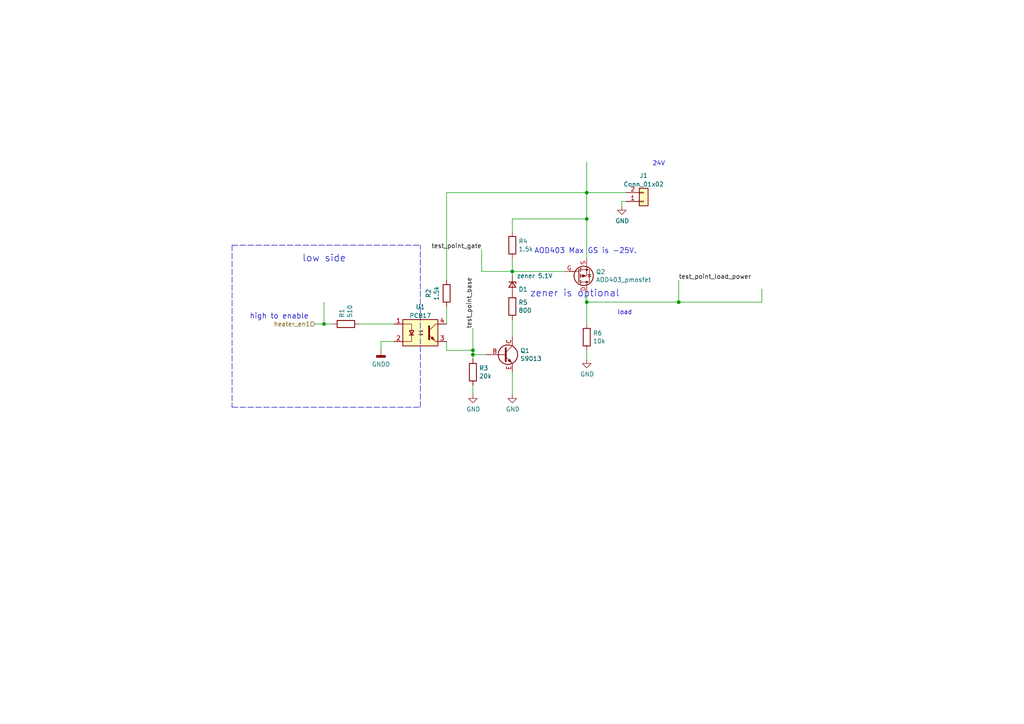
<source format=kicad_sch>
(kicad_sch (version 20211123) (generator eeschema)
  (paper "A4")
  (lib_symbols
    (symbol "Connector_Generic:Conn_01x02" (pin_names (offset 1.016) hide)
      (property "Reference" "J" (at 0 2.54 0))
      (property "Value" "Conn_01x02" (at 0 -5.08 0))
      (symbol "Conn_01x02_1_1"
        (rectangle (start -1.27 -2.413) (end 0 -2.667) (stroke (width 0.1524)))
        (rectangle (start -1.27 0.127) (end 0 -0.127) (stroke (width 0.1524)))
        (rectangle (start -1.27 1.27) (end 1.27 -3.81) (stroke (width 0.254)) (fill (type background)))
        (pin passive line (at -5.08 0 0) (length 3.81) (name "Pin_1") (number "1"))
        (pin passive line (at -5.08 -2.54 0) (length 3.81) (name "Pin_2") (number "2"))
      )
    )
    (symbol "Device:D_Zener_Small" (pin_numbers hide) (pin_names (offset 0.254) hide)
      (property "Reference" "D" (at 0 2.286 0))
      (property "Value" "D_Zener_Small" (at 0 -2.286 0))
      (symbol "D_Zener_Small_0_1"
        (polyline (pts (xy 0.762 0) (xy -0.762 0)))
        (polyline (pts (xy -0.254 1.016) (xy -0.762 1.016) (xy -0.762 -1.016)) (stroke (width 0.254)))
        (polyline (pts (xy 0.762 1.016) (xy -0.762 0) (xy 0.762 -1.016) (xy 0.762 1.016)) (stroke (width 0.254)))
      )
      (symbol "D_Zener_Small_1_1"
        (pin passive line (at -2.54 0 0) (length 1.778) (name "K") (number "1"))
        (pin passive line (at 2.54 0 180) (length 1.778) (name "A") (number "2"))
      )
    )
    (symbol "Device:R" (pin_numbers hide) (pin_names (offset 0))
      (property "Reference" "R" (at 2.032 0 90))
      (property "Value" "R" (at 0 0 90))
      (symbol "R_0_1"
        (rectangle (start -1.016 -2.54) (end 1.016 2.54) (stroke (width 0.254)))
      )
      (symbol "R_1_1"
        (pin passive line (at 0 3.81 270) (length 1.27) (name "~") (number "1"))
        (pin passive line (at 0 -3.81 90) (length 1.27) (name "~") (number "2"))
      )
    )
    (symbol "Isolator:PC817" (pin_names (offset 1.016))
      (property "Reference" "U" (at -5.08 5.08 0))
      (property "Value" "PC817" (at 0 5.08 0))
      (symbol "PC817_0_1"
        (rectangle (start -5.08 3.81) (end 5.08 -3.81) (stroke (width 0.254)) (fill (type background)))
        (polyline (pts (xy -3.175 -0.635) (xy -1.905 -0.635)) (stroke (width 0.254)))
        (polyline (pts (xy 2.54 0.635) (xy 4.445 2.54)))
        (polyline (pts (xy 4.445 -2.54) (xy 2.54 -0.635)) (fill (type outline)))
        (polyline (pts (xy 4.445 -2.54) (xy 5.08 -2.54)))
        (polyline (pts (xy 4.445 2.54) (xy 5.08 2.54)))
        (polyline (pts (xy -5.08 2.54) (xy -2.54 2.54) (xy -2.54 -0.635)))
        (polyline (pts (xy -2.54 -0.635) (xy -2.54 -2.54) (xy -5.08 -2.54)))
        (polyline (pts (xy 2.54 1.905) (xy 2.54 -1.905) (xy 2.54 -1.905)) (stroke (width 0.508)))
        (polyline (pts (xy -2.54 -0.635) (xy -3.175 0.635) (xy -1.905 0.635) (xy -2.54 -0.635)) (stroke (width 0.254)))
        (polyline (pts (xy -0.508 -0.508) (xy 0.762 -0.508) (xy 0.381 -0.635) (xy 0.381 -0.381) (xy 0.762 -0.508)))
        (polyline (pts (xy -0.508 0.508) (xy 0.762 0.508) (xy 0.381 0.381) (xy 0.381 0.635) (xy 0.762 0.508)))
        (polyline (pts (xy 3.048 -1.651) (xy 3.556 -1.143) (xy 4.064 -2.159) (xy 3.048 -1.651) (xy 3.048 -1.651)) (fill (type outline)))
      )
      (symbol "PC817_1_1"
        (pin passive line (at -7.62 2.54 0) (length 2.54) (name "~") (number "1"))
        (pin passive line (at -7.62 -2.54 0) (length 2.54) (name "~") (number "2"))
        (pin passive line (at 7.62 -2.54 180) (length 2.54) (name "~") (number "3"))
        (pin passive line (at 7.62 2.54 180) (length 2.54) (name "~") (number "4"))
      )
    )
    (symbol "mySymbolLibrary:AOD403_pmosfet" (pin_names hide)
      (property "Reference" "Q" (at 3.683 -1.905 0))
      (property "Value" "AOD403_pmosfet" (at 3.683 0 0))
      (symbol "AOD403_pmosfet_0_1"
        (polyline (pts (xy -1.016 -1.905) (xy -1.016 1.905)) (stroke (width 0.254)))
        (polyline (pts (xy -1.016 1.27) (xy -3.81 1.27)))
        (polyline (pts (xy -0.508 -2.286) (xy -0.508 -1.27)) (stroke (width 0.254)))
        (polyline (pts (xy -0.508 -0.508) (xy -0.508 0.508)) (stroke (width 0.254)))
        (polyline (pts (xy -0.508 1.27) (xy -0.508 2.286)) (stroke (width 0.254)))
        (polyline (pts (xy 1.27 -2.54) (xy 1.27 -1.778)))
        (polyline (pts (xy 1.27 2.54) (xy 1.27 0) (xy -0.508 0)))
        (polyline (pts (xy -0.508 -1.778) (xy 2.032 -1.778) (xy 2.032 1.778) (xy -0.508 1.778)))
        (polyline (pts (xy 1.016 0) (xy 0 -0.381) (xy 0 0.381) (xy 1.016 0)) (fill (type outline)))
        (polyline (pts (xy 1.524 0.508) (xy 1.651 0.381) (xy 2.413 0.381) (xy 2.54 0.254)))
        (polyline (pts (xy 2.032 0.381) (xy 1.651 -0.254) (xy 2.413 -0.254) (xy 2.032 0.381)))
        (circle (center 0.381 0) (radius 2.794) (stroke (width 0.254)))
        (circle (center 1.27 -1.778) (radius 0.254) (fill (type outline)))
        (circle (center 1.27 1.778) (radius 0.254) (fill (type outline)))
      )
      (symbol "AOD403_pmosfet_1_1"
        (pin passive line (at 1.27 -5.08 90) (length 2.54) (name "D") (number "D"))
        (pin input line (at -5.08 1.27 0) (length 2.54) (name "G") (number "G"))
        (pin passive line (at 1.27 5.08 270) (length 2.54) (name "S") (number "S"))
      )
    )
    (symbol "mySymbolLibrary:S8050" (pin_names (offset 0) hide)
      (property "Reference" "Q" (at 5.08 1.905 0))
      (property "Value" "S8050" (at 5.08 0 0))
      (symbol "S8050_0_1"
        (polyline (pts (xy 0 0) (xy 0.635 0)))
        (polyline (pts (xy 0.635 0.635) (xy 2.54 2.54)))
        (polyline (pts (xy 0.635 -0.635) (xy 2.54 -2.54) (xy 2.54 -2.54)))
        (polyline (pts (xy 0.635 1.905) (xy 0.635 -1.905) (xy 0.635 -1.905)) (stroke (width 0.508)))
        (polyline (pts (xy 1.27 -1.778) (xy 1.778 -1.27) (xy 2.286 -2.286) (xy 1.27 -1.778) (xy 1.27 -1.778)) (fill (type outline)))
        (circle (center 1.27 0) (radius 2.8194) (stroke (width 0.254)))
      )
      (symbol "S8050_1_1"
        (pin input line (at -5.08 0 0) (length 5.08) (name "B") (number "B"))
        (pin passive line (at 2.54 5.08 270) (length 2.54) (name "C") (number "C"))
        (pin passive line (at 2.54 -5.08 90) (length 2.54) (name "E") (number "E"))
      )
    )
    (symbol "power:GND" (power) (pin_names (offset 0))
      (property "Value" "GND" (at 0 -3.81 0))
      (symbol "GND_0_1"
        (polyline (pts (xy 0 0) (xy 0 -1.27) (xy 1.27 -1.27) (xy 0 -2.54) (xy -1.27 -1.27) (xy 0 -1.27)))
      )
      (symbol "GND_1_1"
        (pin power_in line (at 0 0 270) (length 0) hide (name "GND") (number "1"))
      )
    )
    (symbol "power:GNDD" (power) (pin_names (offset 0))
      (property "Value" "GNDD" (at 0 -3.175 0))
      (symbol "GNDD_0_1"
        (rectangle (start -1.27 -1.524) (end 1.27 -2.032) (stroke (width 0.254)) (fill (type outline)))
        (polyline (pts (xy 0 0) (xy 0 -1.524)))
      )
      (symbol "GNDD_1_1"
        (pin power_in line (at 0 0 270) (length 0) hide (name "GNDD") (number "1"))
      )
    )
  )
  (junction (at 170.18 87.63))
  (junction (at 170.18 63.5))
  (junction (at 148.59 78.74))
  (junction (at 93.98 93.98))
  (junction (at 137.16 101.6))
  (junction (at 137.16 102.87))
  (junction (at 196.85 87.63))
  (junction (at 170.18 55.88))
  (wire (pts (xy 148.59 78.74) (xy 148.59 80.01)))
  (wire (pts (xy 180.34 59.69) (xy 180.34 58.42)))
  (wire (pts (xy 170.18 87.63) (xy 170.18 93.98)))
  (wire (pts (xy 137.16 111.76) (xy 137.16 114.3)))
  (wire (pts (xy 137.16 104.14) (xy 137.16 102.87)))
  (wire (pts (xy 148.59 74.93) (xy 148.59 78.74)))
  (wire (pts (xy 170.18 55.88) (xy 181.61 55.88)))
  (wire (pts (xy 110.49 101.6) (xy 110.49 99.06)))
  (polyline (pts (xy 67.31 118.11) (xy 121.92 118.11)))
  (wire (pts (xy 220.98 83.82) (xy 220.98 87.63)))
  (wire (pts (xy 110.49 99.06) (xy 114.3 99.06)))
  (wire (pts (xy 93.98 87.63) (xy 93.98 93.98)))
  (wire (pts (xy 129.54 55.88) (xy 170.18 55.88)))
  (wire (pts (xy 180.34 58.42) (xy 181.61 58.42)))
  (wire (pts (xy 129.54 88.9) (xy 129.54 93.98)))
  (polyline (pts (xy 121.92 118.11) (xy 121.92 71.12)))
  (wire (pts (xy 91.44 93.98) (xy 93.98 93.98)))
  (wire (pts (xy 140.97 102.87) (xy 137.16 102.87)))
  (wire (pts (xy 170.18 85.09) (xy 170.18 87.63)))
  (wire (pts (xy 196.85 87.63) (xy 220.98 87.63)))
  (wire (pts (xy 129.54 101.6) (xy 129.54 99.06)))
  (wire (pts (xy 196.85 81.28) (xy 196.85 87.63)))
  (wire (pts (xy 170.18 87.63) (xy 196.85 87.63)))
  (wire (pts (xy 170.18 55.88) (xy 170.18 46.99)))
  (wire (pts (xy 148.59 78.74) (xy 163.83 78.74)))
  (wire (pts (xy 93.98 93.98) (xy 96.52 93.98)))
  (wire (pts (xy 137.16 102.87) (xy 137.16 101.6)))
  (wire (pts (xy 148.59 92.71) (xy 148.59 97.79)))
  (polyline (pts (xy 67.31 71.12) (xy 67.31 118.11)))
  (wire (pts (xy 139.7 78.74) (xy 148.59 78.74)))
  (wire (pts (xy 148.59 63.5) (xy 148.59 67.31)))
  (wire (pts (xy 170.18 63.5) (xy 170.18 55.88)))
  (wire (pts (xy 139.7 72.39) (xy 139.7 78.74)))
  (wire (pts (xy 170.18 101.6) (xy 170.18 104.14)))
  (wire (pts (xy 170.18 63.5) (xy 170.18 74.93)))
  (polyline (pts (xy 67.31 71.12) (xy 121.92 71.12)))
  (wire (pts (xy 148.59 63.5) (xy 170.18 63.5)))
  (wire (pts (xy 137.16 95.25) (xy 137.16 101.6)))
  (wire (pts (xy 104.14 93.98) (xy 114.3 93.98)))
  (wire (pts (xy 129.54 55.88) (xy 129.54 81.28)))
  (wire (pts (xy 148.59 107.95) (xy 148.59 114.3)))
  (wire (pts (xy 129.54 101.6) (xy 137.16 101.6)))
  (text "AOD403 Max GS is -25V. \n\n" (at 154.94 76.2 0) (effects (font (size 1.524 1.524)) (justify left bottom)))
  (text "load" (at 179.07 91.44 0) (effects (font (size 1.27 1.27)) (justify left bottom)))
  (text "high to enable" (at 72.39 92.71 0) (effects (font (size 1.524 1.524)) (justify left bottom)))
  (text "zener is optional" (at 153.67 86.36 0) (effects (font (size 2 2)) (justify left bottom)))
  (text "24V\n" (at 189.23 48.26 0) (effects (font (size 1.27 1.27)) (justify left bottom)))
  (text "low side" (at 87.63 76.2 0) (effects (font (size 2 2)) (justify left bottom)))
  (label "test_point_load_power" (at 196.85 81.28 0))
  (label "test_point_gate" (at 139.7 72.39 180))
  (label "test_point_base" (at 137.16 95.25 90))
  (hierarchical_label "heater_en1" (shape input) (at 91.44 93.98 180))
  (symbol (lib_id "Device:D_Zener_Small") (at 148.59 82.55 270) (unit 1)
    (property "Reference" "D1" (at 150.368 83.9216 90) (effects (justify left)))
    (property "Value" "zener 5.1V" (at 149.86 80.01 90) (effects (justify left)))
    (property "Footprint" "myFootPrintLibs:D_MiniMELF_Handsoldering_Zener" (effects hide))
    (property "note" "keep 5V lowest for Pmosfet gate" (effects hide))
  )
  (symbol (lib_id "mySymbolLibrary:S8050") (at 146.05 102.87 0) (unit 1)
    (property "Reference" "Q1" (at 150.876 101.7016 0) (effects (justify left)))
    (property "Value" "S9013" (at 150.876 104.013 0) (effects (justify left)))
    (property "Footprint" "myFootPrintLibs:SOT-23_PNP_NPN" (effects hide))
    (property "Datasheet" "http://www.unisonic.com.tw/datasheet/S8050.pdf" (effects hide))
  )
  (symbol (lib_id "Isolator:PC817") (at 121.92 96.52 0) (unit 1)
    (property "Reference" "U1" (at 121.92 89.0102 0))
    (property "Value" "PC817" (at 121.92 91.5471 0))
    (property "Footprint" "ultralib:EL817S1CTU-F" (effects hide))
    (property "Datasheet" "http://www.soselectronic.cz/a_info/resource/d/pc817.pdf" (effects hide))
  )
  (symbol (lib_id "Device:R") (at 129.54 85.09 0) (unit 1)
    (property "Reference" "R2" (at 124.2822 85.09 90))
    (property "Value" "1.5k" (at 126.5936 85.09 90))
    (property "Footprint" "myFootPrintLibs:R_C_0805_2012Metric_Pad1.20x1.50mm_HandSolder" (effects hide))
  )
  (symbol (lib_id "Device:R") (at 170.18 97.79 180) (unit 1)
    (property "Reference" "R6" (at 171.958 96.6216 0) (effects (justify right)))
    (property "Value" "10k" (at 171.958 98.933 0) (effects (justify right)))
    (property "Footprint" "myFootPrintLibs:R_C_0805_2012Metric_Pad1.20x1.50mm_HandSolder" (effects hide))
  )
  (symbol (lib_id "Device:R") (at 137.16 107.95 0) (unit 1)
    (property "Reference" "R3" (at 138.938 106.7816 0) (effects (justify left)))
    (property "Value" "20k" (at 138.938 109.093 0) (effects (justify left)))
    (property "Footprint" "myFootPrintLibs:R_C_0805_2012Metric_Pad1.20x1.50mm_HandSolder" (effects hide))
    (property "note" "pulldown for NPN transistor" (effects hide))
  )
  (symbol (lib_id "power:GNDD") (at 110.49 101.6 0) (unit 1)
    (property "Reference" "#PWR01" (effects hide))
    (property "Value" "GNDD" (at 110.49 105.6624 0))
  )
  (symbol (lib_id "Connector_Generic:Conn_01x02") (at 186.69 58.42 0) (mirror x) (unit 1)
    (property "Reference" "J1" (at 186.69 50.9102 0))
    (property "Value" "Conn_01x02" (at 186.69 53.4471 0))
  )
  (symbol (lib_id "Device:R") (at 148.59 88.9 180) (unit 1)
    (property "Reference" "R5" (at 150.368 87.7316 0) (effects (justify right)))
    (property "Value" "800" (at 150.368 90.043 0) (effects (justify right)))
    (property "Footprint" "myFootPrintLibs:R_C_0805_2012Metric_Pad1.20x1.50mm_HandSolder" (effects hide))
  )
  (symbol (lib_id "power:GND") (at 170.18 104.14 0) (unit 1)
    (property "Reference" "#PWR04" (effects hide))
    (property "Value" "GND" (at 170.307 108.5342 0))
  )
  (symbol (lib_id "power:GND") (at 148.59 114.3 0) (unit 1)
    (property "Reference" "#PWR03" (effects hide))
    (property "Value" "GND" (at 148.717 118.6942 0))
  )
  (symbol (lib_id "power:GND") (at 180.34 59.69 0) (unit 1)
    (property "Reference" "#PWR05" (effects hide))
    (property "Value" "GND" (at 180.467 64.0842 0))
  )
  (symbol (lib_id "Device:R") (at 100.33 93.98 270) (unit 1)
    (property "Reference" "R1" (at 99.1616 92.202 0) (effects (justify right)))
    (property "Value" "510" (at 101.473 92.202 0) (effects (justify right)))
    (property "Footprint" "myFootPrintLibs:R_C_0805_2012Metric_Pad1.20x1.50mm_HandSolder" (effects hide))
  )
  (symbol (lib_id "Device:R") (at 148.59 71.12 180) (unit 1)
    (property "Reference" "R4" (at 150.368 69.9516 0) (effects (justify right)))
    (property "Value" "1.5k" (at 150.368 72.263 0) (effects (justify right)))
    (property "Footprint" "myFootPrintLibs:R_C_1206_3216Metric_Pad1.33x1.80mm_HandSolder" (effects hide))
  )
  (symbol (lib_id "mySymbolLibrary:AOD403_pmosfet") (at 168.91 80.01 0) (unit 1)
    (property "Reference" "Q2" (at 172.8216 78.8416 0) (effects (justify left)))
    (property "Value" "AOD403_pmosfet" (at 172.8216 81.153 0) (effects (justify left)))
    (property "Footprint" "myFootPrintLibs:TO-252-2" (effects hide))
    (property "Datasheet" "http://www.aosmd.com/pdfs/datasheet/AOI403.pdf" (effects hide))
  )
  (symbol (lib_id "power:GND") (at 137.16 114.3 0) (unit 1)
    (property "Reference" "#PWR02" (effects hide))
    (property "Value" "GND" (at 137.287 118.6942 0))
  )
)
</source>
